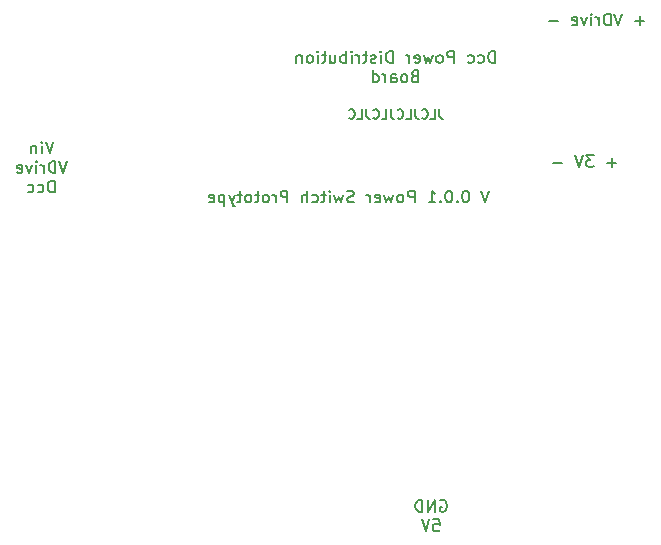
<source format=gbr>
%TF.GenerationSoftware,KiCad,Pcbnew,5.1.10-88a1d61d58~90~ubuntu21.04.1*%
%TF.CreationDate,2021-07-16T14:05:02+02:00*%
%TF.ProjectId,DccDetector,44636344-6574-4656-9374-6f722e6b6963,rev?*%
%TF.SameCoordinates,Original*%
%TF.FileFunction,Legend,Bot*%
%TF.FilePolarity,Positive*%
%FSLAX46Y46*%
G04 Gerber Fmt 4.6, Leading zero omitted, Abs format (unit mm)*
G04 Created by KiCad (PCBNEW 5.1.10-88a1d61d58~90~ubuntu21.04.1) date 2021-07-16 14:05:02*
%MOMM*%
%LPD*%
G01*
G04 APERTURE LIST*
%ADD10C,0.150000*%
G04 APERTURE END LIST*
D10*
X60695238Y-33561904D02*
X60695238Y-34133333D01*
X60733333Y-34247619D01*
X60809523Y-34323809D01*
X60923809Y-34361904D01*
X61000000Y-34361904D01*
X59933333Y-34361904D02*
X60314285Y-34361904D01*
X60314285Y-33561904D01*
X59209523Y-34285714D02*
X59247619Y-34323809D01*
X59361904Y-34361904D01*
X59438095Y-34361904D01*
X59552380Y-34323809D01*
X59628571Y-34247619D01*
X59666666Y-34171428D01*
X59704761Y-34019047D01*
X59704761Y-33904761D01*
X59666666Y-33752380D01*
X59628571Y-33676190D01*
X59552380Y-33600000D01*
X59438095Y-33561904D01*
X59361904Y-33561904D01*
X59247619Y-33600000D01*
X59209523Y-33638095D01*
X58638095Y-33561904D02*
X58638095Y-34133333D01*
X58676190Y-34247619D01*
X58752380Y-34323809D01*
X58866666Y-34361904D01*
X58942857Y-34361904D01*
X57876190Y-34361904D02*
X58257142Y-34361904D01*
X58257142Y-33561904D01*
X57152380Y-34285714D02*
X57190476Y-34323809D01*
X57304761Y-34361904D01*
X57380952Y-34361904D01*
X57495238Y-34323809D01*
X57571428Y-34247619D01*
X57609523Y-34171428D01*
X57647619Y-34019047D01*
X57647619Y-33904761D01*
X57609523Y-33752380D01*
X57571428Y-33676190D01*
X57495238Y-33600000D01*
X57380952Y-33561904D01*
X57304761Y-33561904D01*
X57190476Y-33600000D01*
X57152380Y-33638095D01*
X56580952Y-33561904D02*
X56580952Y-34133333D01*
X56619047Y-34247619D01*
X56695238Y-34323809D01*
X56809523Y-34361904D01*
X56885714Y-34361904D01*
X55819047Y-34361904D02*
X56200000Y-34361904D01*
X56200000Y-33561904D01*
X55095238Y-34285714D02*
X55133333Y-34323809D01*
X55247619Y-34361904D01*
X55323809Y-34361904D01*
X55438095Y-34323809D01*
X55514285Y-34247619D01*
X55552380Y-34171428D01*
X55590476Y-34019047D01*
X55590476Y-33904761D01*
X55552380Y-33752380D01*
X55514285Y-33676190D01*
X55438095Y-33600000D01*
X55323809Y-33561904D01*
X55247619Y-33561904D01*
X55133333Y-33600000D01*
X55095238Y-33638095D01*
X54523809Y-33561904D02*
X54523809Y-34133333D01*
X54561904Y-34247619D01*
X54638095Y-34323809D01*
X54752380Y-34361904D01*
X54828571Y-34361904D01*
X53761904Y-34361904D02*
X54142857Y-34361904D01*
X54142857Y-33561904D01*
X53038095Y-34285714D02*
X53076190Y-34323809D01*
X53190476Y-34361904D01*
X53266666Y-34361904D01*
X53380952Y-34323809D01*
X53457142Y-34247619D01*
X53495238Y-34171428D01*
X53533333Y-34019047D01*
X53533333Y-33904761D01*
X53495238Y-33752380D01*
X53457142Y-33676190D01*
X53380952Y-33600000D01*
X53266666Y-33561904D01*
X53190476Y-33561904D01*
X53076190Y-33600000D01*
X53038095Y-33638095D01*
X28023809Y-36302380D02*
X27690476Y-37302380D01*
X27357142Y-36302380D01*
X27023809Y-37302380D02*
X27023809Y-36635714D01*
X27023809Y-36302380D02*
X27071428Y-36350000D01*
X27023809Y-36397619D01*
X26976190Y-36350000D01*
X27023809Y-36302380D01*
X27023809Y-36397619D01*
X26547619Y-36635714D02*
X26547619Y-37302380D01*
X26547619Y-36730952D02*
X26500000Y-36683333D01*
X26404761Y-36635714D01*
X26261904Y-36635714D01*
X26166666Y-36683333D01*
X26119047Y-36778571D01*
X26119047Y-37302380D01*
X29190476Y-37952380D02*
X28857142Y-38952380D01*
X28523809Y-37952380D01*
X28190476Y-38952380D02*
X28190476Y-37952380D01*
X27952380Y-37952380D01*
X27809523Y-38000000D01*
X27714285Y-38095238D01*
X27666666Y-38190476D01*
X27619047Y-38380952D01*
X27619047Y-38523809D01*
X27666666Y-38714285D01*
X27714285Y-38809523D01*
X27809523Y-38904761D01*
X27952380Y-38952380D01*
X28190476Y-38952380D01*
X27190476Y-38952380D02*
X27190476Y-38285714D01*
X27190476Y-38476190D02*
X27142857Y-38380952D01*
X27095238Y-38333333D01*
X27000000Y-38285714D01*
X26904761Y-38285714D01*
X26571428Y-38952380D02*
X26571428Y-38285714D01*
X26571428Y-37952380D02*
X26619047Y-38000000D01*
X26571428Y-38047619D01*
X26523809Y-38000000D01*
X26571428Y-37952380D01*
X26571428Y-38047619D01*
X26190476Y-38285714D02*
X25952380Y-38952380D01*
X25714285Y-38285714D01*
X24952380Y-38904761D02*
X25047619Y-38952380D01*
X25238095Y-38952380D01*
X25333333Y-38904761D01*
X25380952Y-38809523D01*
X25380952Y-38428571D01*
X25333333Y-38333333D01*
X25238095Y-38285714D01*
X25047619Y-38285714D01*
X24952380Y-38333333D01*
X24904761Y-38428571D01*
X24904761Y-38523809D01*
X25380952Y-38619047D01*
X28119047Y-40602380D02*
X28119047Y-39602380D01*
X27880952Y-39602380D01*
X27738095Y-39650000D01*
X27642857Y-39745238D01*
X27595238Y-39840476D01*
X27547619Y-40030952D01*
X27547619Y-40173809D01*
X27595238Y-40364285D01*
X27642857Y-40459523D01*
X27738095Y-40554761D01*
X27880952Y-40602380D01*
X28119047Y-40602380D01*
X26690476Y-40554761D02*
X26785714Y-40602380D01*
X26976190Y-40602380D01*
X27071428Y-40554761D01*
X27119047Y-40507142D01*
X27166666Y-40411904D01*
X27166666Y-40126190D01*
X27119047Y-40030952D01*
X27071428Y-39983333D01*
X26976190Y-39935714D01*
X26785714Y-39935714D01*
X26690476Y-39983333D01*
X25833333Y-40554761D02*
X25928571Y-40602380D01*
X26119047Y-40602380D01*
X26214285Y-40554761D01*
X26261904Y-40507142D01*
X26309523Y-40411904D01*
X26309523Y-40126190D01*
X26261904Y-40030952D01*
X26214285Y-39983333D01*
X26119047Y-39935714D01*
X25928571Y-39935714D01*
X25833333Y-39983333D01*
X60761904Y-66675000D02*
X60857142Y-66627380D01*
X61000000Y-66627380D01*
X61142857Y-66675000D01*
X61238095Y-66770238D01*
X61285714Y-66865476D01*
X61333333Y-67055952D01*
X61333333Y-67198809D01*
X61285714Y-67389285D01*
X61238095Y-67484523D01*
X61142857Y-67579761D01*
X61000000Y-67627380D01*
X60904761Y-67627380D01*
X60761904Y-67579761D01*
X60714285Y-67532142D01*
X60714285Y-67198809D01*
X60904761Y-67198809D01*
X60285714Y-67627380D02*
X60285714Y-66627380D01*
X59714285Y-67627380D01*
X59714285Y-66627380D01*
X59238095Y-67627380D02*
X59238095Y-66627380D01*
X59000000Y-66627380D01*
X58857142Y-66675000D01*
X58761904Y-66770238D01*
X58714285Y-66865476D01*
X58666666Y-67055952D01*
X58666666Y-67198809D01*
X58714285Y-67389285D01*
X58761904Y-67484523D01*
X58857142Y-67579761D01*
X59000000Y-67627380D01*
X59238095Y-67627380D01*
X60190476Y-68277380D02*
X60666666Y-68277380D01*
X60714285Y-68753571D01*
X60666666Y-68705952D01*
X60571428Y-68658333D01*
X60333333Y-68658333D01*
X60238095Y-68705952D01*
X60190476Y-68753571D01*
X60142857Y-68848809D01*
X60142857Y-69086904D01*
X60190476Y-69182142D01*
X60238095Y-69229761D01*
X60333333Y-69277380D01*
X60571428Y-69277380D01*
X60666666Y-69229761D01*
X60714285Y-69182142D01*
X59857142Y-68277380D02*
X59523809Y-69277380D01*
X59190476Y-68277380D01*
X75666666Y-38071428D02*
X74904761Y-38071428D01*
X75285714Y-38452380D02*
X75285714Y-37690476D01*
X73761904Y-37452380D02*
X73142857Y-37452380D01*
X73476190Y-37833333D01*
X73333333Y-37833333D01*
X73238095Y-37880952D01*
X73190476Y-37928571D01*
X73142857Y-38023809D01*
X73142857Y-38261904D01*
X73190476Y-38357142D01*
X73238095Y-38404761D01*
X73333333Y-38452380D01*
X73619047Y-38452380D01*
X73714285Y-38404761D01*
X73761904Y-38357142D01*
X72857142Y-37452380D02*
X72523809Y-38452380D01*
X72190476Y-37452380D01*
X71095238Y-38071428D02*
X70333333Y-38071428D01*
X78047619Y-26071428D02*
X77285714Y-26071428D01*
X77666666Y-26452380D02*
X77666666Y-25690476D01*
X76190476Y-25452380D02*
X75857142Y-26452380D01*
X75523809Y-25452380D01*
X75190476Y-26452380D02*
X75190476Y-25452380D01*
X74952380Y-25452380D01*
X74809523Y-25500000D01*
X74714285Y-25595238D01*
X74666666Y-25690476D01*
X74619047Y-25880952D01*
X74619047Y-26023809D01*
X74666666Y-26214285D01*
X74714285Y-26309523D01*
X74809523Y-26404761D01*
X74952380Y-26452380D01*
X75190476Y-26452380D01*
X74190476Y-26452380D02*
X74190476Y-25785714D01*
X74190476Y-25976190D02*
X74142857Y-25880952D01*
X74095238Y-25833333D01*
X74000000Y-25785714D01*
X73904761Y-25785714D01*
X73571428Y-26452380D02*
X73571428Y-25785714D01*
X73571428Y-25452380D02*
X73619047Y-25500000D01*
X73571428Y-25547619D01*
X73523809Y-25500000D01*
X73571428Y-25452380D01*
X73571428Y-25547619D01*
X73190476Y-25785714D02*
X72952380Y-26452380D01*
X72714285Y-25785714D01*
X71952380Y-26404761D02*
X72047619Y-26452380D01*
X72238095Y-26452380D01*
X72333333Y-26404761D01*
X72380952Y-26309523D01*
X72380952Y-25928571D01*
X72333333Y-25833333D01*
X72238095Y-25785714D01*
X72047619Y-25785714D01*
X71952380Y-25833333D01*
X71904761Y-25928571D01*
X71904761Y-26023809D01*
X72380952Y-26119047D01*
X70714285Y-26071428D02*
X69952380Y-26071428D01*
X64928571Y-40452380D02*
X64595238Y-41452380D01*
X64261904Y-40452380D01*
X62976190Y-40452380D02*
X62880952Y-40452380D01*
X62785714Y-40500000D01*
X62738095Y-40547619D01*
X62690476Y-40642857D01*
X62642857Y-40833333D01*
X62642857Y-41071428D01*
X62690476Y-41261904D01*
X62738095Y-41357142D01*
X62785714Y-41404761D01*
X62880952Y-41452380D01*
X62976190Y-41452380D01*
X63071428Y-41404761D01*
X63119047Y-41357142D01*
X63166666Y-41261904D01*
X63214285Y-41071428D01*
X63214285Y-40833333D01*
X63166666Y-40642857D01*
X63119047Y-40547619D01*
X63071428Y-40500000D01*
X62976190Y-40452380D01*
X62214285Y-41357142D02*
X62166666Y-41404761D01*
X62214285Y-41452380D01*
X62261904Y-41404761D01*
X62214285Y-41357142D01*
X62214285Y-41452380D01*
X61547619Y-40452380D02*
X61452380Y-40452380D01*
X61357142Y-40500000D01*
X61309523Y-40547619D01*
X61261904Y-40642857D01*
X61214285Y-40833333D01*
X61214285Y-41071428D01*
X61261904Y-41261904D01*
X61309523Y-41357142D01*
X61357142Y-41404761D01*
X61452380Y-41452380D01*
X61547619Y-41452380D01*
X61642857Y-41404761D01*
X61690476Y-41357142D01*
X61738095Y-41261904D01*
X61785714Y-41071428D01*
X61785714Y-40833333D01*
X61738095Y-40642857D01*
X61690476Y-40547619D01*
X61642857Y-40500000D01*
X61547619Y-40452380D01*
X60785714Y-41357142D02*
X60738095Y-41404761D01*
X60785714Y-41452380D01*
X60833333Y-41404761D01*
X60785714Y-41357142D01*
X60785714Y-41452380D01*
X59785714Y-41452380D02*
X60357142Y-41452380D01*
X60071428Y-41452380D02*
X60071428Y-40452380D01*
X60166666Y-40595238D01*
X60261904Y-40690476D01*
X60357142Y-40738095D01*
X58595238Y-41452380D02*
X58595238Y-40452380D01*
X58214285Y-40452380D01*
X58119047Y-40500000D01*
X58071428Y-40547619D01*
X58023809Y-40642857D01*
X58023809Y-40785714D01*
X58071428Y-40880952D01*
X58119047Y-40928571D01*
X58214285Y-40976190D01*
X58595238Y-40976190D01*
X57452380Y-41452380D02*
X57547619Y-41404761D01*
X57595238Y-41357142D01*
X57642857Y-41261904D01*
X57642857Y-40976190D01*
X57595238Y-40880952D01*
X57547619Y-40833333D01*
X57452380Y-40785714D01*
X57309523Y-40785714D01*
X57214285Y-40833333D01*
X57166666Y-40880952D01*
X57119047Y-40976190D01*
X57119047Y-41261904D01*
X57166666Y-41357142D01*
X57214285Y-41404761D01*
X57309523Y-41452380D01*
X57452380Y-41452380D01*
X56785714Y-40785714D02*
X56595238Y-41452380D01*
X56404761Y-40976190D01*
X56214285Y-41452380D01*
X56023809Y-40785714D01*
X55261904Y-41404761D02*
X55357142Y-41452380D01*
X55547619Y-41452380D01*
X55642857Y-41404761D01*
X55690476Y-41309523D01*
X55690476Y-40928571D01*
X55642857Y-40833333D01*
X55547619Y-40785714D01*
X55357142Y-40785714D01*
X55261904Y-40833333D01*
X55214285Y-40928571D01*
X55214285Y-41023809D01*
X55690476Y-41119047D01*
X54785714Y-41452380D02*
X54785714Y-40785714D01*
X54785714Y-40976190D02*
X54738095Y-40880952D01*
X54690476Y-40833333D01*
X54595238Y-40785714D01*
X54500000Y-40785714D01*
X53452380Y-41404761D02*
X53309523Y-41452380D01*
X53071428Y-41452380D01*
X52976190Y-41404761D01*
X52928571Y-41357142D01*
X52880952Y-41261904D01*
X52880952Y-41166666D01*
X52928571Y-41071428D01*
X52976190Y-41023809D01*
X53071428Y-40976190D01*
X53261904Y-40928571D01*
X53357142Y-40880952D01*
X53404761Y-40833333D01*
X53452380Y-40738095D01*
X53452380Y-40642857D01*
X53404761Y-40547619D01*
X53357142Y-40500000D01*
X53261904Y-40452380D01*
X53023809Y-40452380D01*
X52880952Y-40500000D01*
X52547619Y-40785714D02*
X52357142Y-41452380D01*
X52166666Y-40976190D01*
X51976190Y-41452380D01*
X51785714Y-40785714D01*
X51404761Y-41452380D02*
X51404761Y-40785714D01*
X51404761Y-40452380D02*
X51452380Y-40500000D01*
X51404761Y-40547619D01*
X51357142Y-40500000D01*
X51404761Y-40452380D01*
X51404761Y-40547619D01*
X51071428Y-40785714D02*
X50690476Y-40785714D01*
X50928571Y-40452380D02*
X50928571Y-41309523D01*
X50880952Y-41404761D01*
X50785714Y-41452380D01*
X50690476Y-41452380D01*
X49928571Y-41404761D02*
X50023809Y-41452380D01*
X50214285Y-41452380D01*
X50309523Y-41404761D01*
X50357142Y-41357142D01*
X50404761Y-41261904D01*
X50404761Y-40976190D01*
X50357142Y-40880952D01*
X50309523Y-40833333D01*
X50214285Y-40785714D01*
X50023809Y-40785714D01*
X49928571Y-40833333D01*
X49500000Y-41452380D02*
X49500000Y-40452380D01*
X49071428Y-41452380D02*
X49071428Y-40928571D01*
X49119047Y-40833333D01*
X49214285Y-40785714D01*
X49357142Y-40785714D01*
X49452380Y-40833333D01*
X49500000Y-40880952D01*
X47833333Y-41452380D02*
X47833333Y-40452380D01*
X47452380Y-40452380D01*
X47357142Y-40500000D01*
X47309523Y-40547619D01*
X47261904Y-40642857D01*
X47261904Y-40785714D01*
X47309523Y-40880952D01*
X47357142Y-40928571D01*
X47452380Y-40976190D01*
X47833333Y-40976190D01*
X46833333Y-41452380D02*
X46833333Y-40785714D01*
X46833333Y-40976190D02*
X46785714Y-40880952D01*
X46738095Y-40833333D01*
X46642857Y-40785714D01*
X46547619Y-40785714D01*
X46071428Y-41452380D02*
X46166666Y-41404761D01*
X46214285Y-41357142D01*
X46261904Y-41261904D01*
X46261904Y-40976190D01*
X46214285Y-40880952D01*
X46166666Y-40833333D01*
X46071428Y-40785714D01*
X45928571Y-40785714D01*
X45833333Y-40833333D01*
X45785714Y-40880952D01*
X45738095Y-40976190D01*
X45738095Y-41261904D01*
X45785714Y-41357142D01*
X45833333Y-41404761D01*
X45928571Y-41452380D01*
X46071428Y-41452380D01*
X45452380Y-40785714D02*
X45071428Y-40785714D01*
X45309523Y-40452380D02*
X45309523Y-41309523D01*
X45261904Y-41404761D01*
X45166666Y-41452380D01*
X45071428Y-41452380D01*
X44595238Y-41452380D02*
X44690476Y-41404761D01*
X44738095Y-41357142D01*
X44785714Y-41261904D01*
X44785714Y-40976190D01*
X44738095Y-40880952D01*
X44690476Y-40833333D01*
X44595238Y-40785714D01*
X44452380Y-40785714D01*
X44357142Y-40833333D01*
X44309523Y-40880952D01*
X44261904Y-40976190D01*
X44261904Y-41261904D01*
X44309523Y-41357142D01*
X44357142Y-41404761D01*
X44452380Y-41452380D01*
X44595238Y-41452380D01*
X43976190Y-40785714D02*
X43595238Y-40785714D01*
X43833333Y-40452380D02*
X43833333Y-41309523D01*
X43785714Y-41404761D01*
X43690476Y-41452380D01*
X43595238Y-41452380D01*
X43357142Y-40785714D02*
X43119047Y-41452380D01*
X42880952Y-40785714D02*
X43119047Y-41452380D01*
X43214285Y-41690476D01*
X43261904Y-41738095D01*
X43357142Y-41785714D01*
X42500000Y-40785714D02*
X42500000Y-41785714D01*
X42500000Y-40833333D02*
X42404761Y-40785714D01*
X42214285Y-40785714D01*
X42119047Y-40833333D01*
X42071428Y-40880952D01*
X42023809Y-40976190D01*
X42023809Y-41261904D01*
X42071428Y-41357142D01*
X42119047Y-41404761D01*
X42214285Y-41452380D01*
X42404761Y-41452380D01*
X42500000Y-41404761D01*
X41214285Y-41404761D02*
X41309523Y-41452380D01*
X41500000Y-41452380D01*
X41595238Y-41404761D01*
X41642857Y-41309523D01*
X41642857Y-40928571D01*
X41595238Y-40833333D01*
X41500000Y-40785714D01*
X41309523Y-40785714D01*
X41214285Y-40833333D01*
X41166666Y-40928571D01*
X41166666Y-41023809D01*
X41642857Y-41119047D01*
X65404761Y-29627380D02*
X65404761Y-28627380D01*
X65166666Y-28627380D01*
X65023809Y-28675000D01*
X64928571Y-28770238D01*
X64880952Y-28865476D01*
X64833333Y-29055952D01*
X64833333Y-29198809D01*
X64880952Y-29389285D01*
X64928571Y-29484523D01*
X65023809Y-29579761D01*
X65166666Y-29627380D01*
X65404761Y-29627380D01*
X63976190Y-29579761D02*
X64071428Y-29627380D01*
X64261904Y-29627380D01*
X64357142Y-29579761D01*
X64404761Y-29532142D01*
X64452380Y-29436904D01*
X64452380Y-29151190D01*
X64404761Y-29055952D01*
X64357142Y-29008333D01*
X64261904Y-28960714D01*
X64071428Y-28960714D01*
X63976190Y-29008333D01*
X63119047Y-29579761D02*
X63214285Y-29627380D01*
X63404761Y-29627380D01*
X63500000Y-29579761D01*
X63547619Y-29532142D01*
X63595238Y-29436904D01*
X63595238Y-29151190D01*
X63547619Y-29055952D01*
X63500000Y-29008333D01*
X63404761Y-28960714D01*
X63214285Y-28960714D01*
X63119047Y-29008333D01*
X61928571Y-29627380D02*
X61928571Y-28627380D01*
X61547619Y-28627380D01*
X61452380Y-28675000D01*
X61404761Y-28722619D01*
X61357142Y-28817857D01*
X61357142Y-28960714D01*
X61404761Y-29055952D01*
X61452380Y-29103571D01*
X61547619Y-29151190D01*
X61928571Y-29151190D01*
X60785714Y-29627380D02*
X60880952Y-29579761D01*
X60928571Y-29532142D01*
X60976190Y-29436904D01*
X60976190Y-29151190D01*
X60928571Y-29055952D01*
X60880952Y-29008333D01*
X60785714Y-28960714D01*
X60642857Y-28960714D01*
X60547619Y-29008333D01*
X60500000Y-29055952D01*
X60452380Y-29151190D01*
X60452380Y-29436904D01*
X60500000Y-29532142D01*
X60547619Y-29579761D01*
X60642857Y-29627380D01*
X60785714Y-29627380D01*
X60119047Y-28960714D02*
X59928571Y-29627380D01*
X59738095Y-29151190D01*
X59547619Y-29627380D01*
X59357142Y-28960714D01*
X58595238Y-29579761D02*
X58690476Y-29627380D01*
X58880952Y-29627380D01*
X58976190Y-29579761D01*
X59023809Y-29484523D01*
X59023809Y-29103571D01*
X58976190Y-29008333D01*
X58880952Y-28960714D01*
X58690476Y-28960714D01*
X58595238Y-29008333D01*
X58547619Y-29103571D01*
X58547619Y-29198809D01*
X59023809Y-29294047D01*
X58119047Y-29627380D02*
X58119047Y-28960714D01*
X58119047Y-29151190D02*
X58071428Y-29055952D01*
X58023809Y-29008333D01*
X57928571Y-28960714D01*
X57833333Y-28960714D01*
X56738095Y-29627380D02*
X56738095Y-28627380D01*
X56500000Y-28627380D01*
X56357142Y-28675000D01*
X56261904Y-28770238D01*
X56214285Y-28865476D01*
X56166666Y-29055952D01*
X56166666Y-29198809D01*
X56214285Y-29389285D01*
X56261904Y-29484523D01*
X56357142Y-29579761D01*
X56500000Y-29627380D01*
X56738095Y-29627380D01*
X55738095Y-29627380D02*
X55738095Y-28960714D01*
X55738095Y-28627380D02*
X55785714Y-28675000D01*
X55738095Y-28722619D01*
X55690476Y-28675000D01*
X55738095Y-28627380D01*
X55738095Y-28722619D01*
X55309523Y-29579761D02*
X55214285Y-29627380D01*
X55023809Y-29627380D01*
X54928571Y-29579761D01*
X54880952Y-29484523D01*
X54880952Y-29436904D01*
X54928571Y-29341666D01*
X55023809Y-29294047D01*
X55166666Y-29294047D01*
X55261904Y-29246428D01*
X55309523Y-29151190D01*
X55309523Y-29103571D01*
X55261904Y-29008333D01*
X55166666Y-28960714D01*
X55023809Y-28960714D01*
X54928571Y-29008333D01*
X54595238Y-28960714D02*
X54214285Y-28960714D01*
X54452380Y-28627380D02*
X54452380Y-29484523D01*
X54404761Y-29579761D01*
X54309523Y-29627380D01*
X54214285Y-29627380D01*
X53880952Y-29627380D02*
X53880952Y-28960714D01*
X53880952Y-29151190D02*
X53833333Y-29055952D01*
X53785714Y-29008333D01*
X53690476Y-28960714D01*
X53595238Y-28960714D01*
X53261904Y-29627380D02*
X53261904Y-28960714D01*
X53261904Y-28627380D02*
X53309523Y-28675000D01*
X53261904Y-28722619D01*
X53214285Y-28675000D01*
X53261904Y-28627380D01*
X53261904Y-28722619D01*
X52785714Y-29627380D02*
X52785714Y-28627380D01*
X52785714Y-29008333D02*
X52690476Y-28960714D01*
X52500000Y-28960714D01*
X52404761Y-29008333D01*
X52357142Y-29055952D01*
X52309523Y-29151190D01*
X52309523Y-29436904D01*
X52357142Y-29532142D01*
X52404761Y-29579761D01*
X52500000Y-29627380D01*
X52690476Y-29627380D01*
X52785714Y-29579761D01*
X51452380Y-28960714D02*
X51452380Y-29627380D01*
X51880952Y-28960714D02*
X51880952Y-29484523D01*
X51833333Y-29579761D01*
X51738095Y-29627380D01*
X51595238Y-29627380D01*
X51500000Y-29579761D01*
X51452380Y-29532142D01*
X51119047Y-28960714D02*
X50738095Y-28960714D01*
X50976190Y-28627380D02*
X50976190Y-29484523D01*
X50928571Y-29579761D01*
X50833333Y-29627380D01*
X50738095Y-29627380D01*
X50404761Y-29627380D02*
X50404761Y-28960714D01*
X50404761Y-28627380D02*
X50452380Y-28675000D01*
X50404761Y-28722619D01*
X50357142Y-28675000D01*
X50404761Y-28627380D01*
X50404761Y-28722619D01*
X49785714Y-29627380D02*
X49880952Y-29579761D01*
X49928571Y-29532142D01*
X49976190Y-29436904D01*
X49976190Y-29151190D01*
X49928571Y-29055952D01*
X49880952Y-29008333D01*
X49785714Y-28960714D01*
X49642857Y-28960714D01*
X49547619Y-29008333D01*
X49500000Y-29055952D01*
X49452380Y-29151190D01*
X49452380Y-29436904D01*
X49500000Y-29532142D01*
X49547619Y-29579761D01*
X49642857Y-29627380D01*
X49785714Y-29627380D01*
X49023809Y-28960714D02*
X49023809Y-29627380D01*
X49023809Y-29055952D02*
X48976190Y-29008333D01*
X48880952Y-28960714D01*
X48738095Y-28960714D01*
X48642857Y-29008333D01*
X48595238Y-29103571D01*
X48595238Y-29627380D01*
X58595238Y-30753571D02*
X58452380Y-30801190D01*
X58404761Y-30848809D01*
X58357142Y-30944047D01*
X58357142Y-31086904D01*
X58404761Y-31182142D01*
X58452380Y-31229761D01*
X58547619Y-31277380D01*
X58928571Y-31277380D01*
X58928571Y-30277380D01*
X58595238Y-30277380D01*
X58500000Y-30325000D01*
X58452380Y-30372619D01*
X58404761Y-30467857D01*
X58404761Y-30563095D01*
X58452380Y-30658333D01*
X58500000Y-30705952D01*
X58595238Y-30753571D01*
X58928571Y-30753571D01*
X57785714Y-31277380D02*
X57880952Y-31229761D01*
X57928571Y-31182142D01*
X57976190Y-31086904D01*
X57976190Y-30801190D01*
X57928571Y-30705952D01*
X57880952Y-30658333D01*
X57785714Y-30610714D01*
X57642857Y-30610714D01*
X57547619Y-30658333D01*
X57500000Y-30705952D01*
X57452380Y-30801190D01*
X57452380Y-31086904D01*
X57500000Y-31182142D01*
X57547619Y-31229761D01*
X57642857Y-31277380D01*
X57785714Y-31277380D01*
X56595238Y-31277380D02*
X56595238Y-30753571D01*
X56642857Y-30658333D01*
X56738095Y-30610714D01*
X56928571Y-30610714D01*
X57023809Y-30658333D01*
X56595238Y-31229761D02*
X56690476Y-31277380D01*
X56928571Y-31277380D01*
X57023809Y-31229761D01*
X57071428Y-31134523D01*
X57071428Y-31039285D01*
X57023809Y-30944047D01*
X56928571Y-30896428D01*
X56690476Y-30896428D01*
X56595238Y-30848809D01*
X56119047Y-31277380D02*
X56119047Y-30610714D01*
X56119047Y-30801190D02*
X56071428Y-30705952D01*
X56023809Y-30658333D01*
X55928571Y-30610714D01*
X55833333Y-30610714D01*
X55071428Y-31277380D02*
X55071428Y-30277380D01*
X55071428Y-31229761D02*
X55166666Y-31277380D01*
X55357142Y-31277380D01*
X55452380Y-31229761D01*
X55500000Y-31182142D01*
X55547619Y-31086904D01*
X55547619Y-30801190D01*
X55500000Y-30705952D01*
X55452380Y-30658333D01*
X55357142Y-30610714D01*
X55166666Y-30610714D01*
X55071428Y-30658333D01*
M02*

</source>
